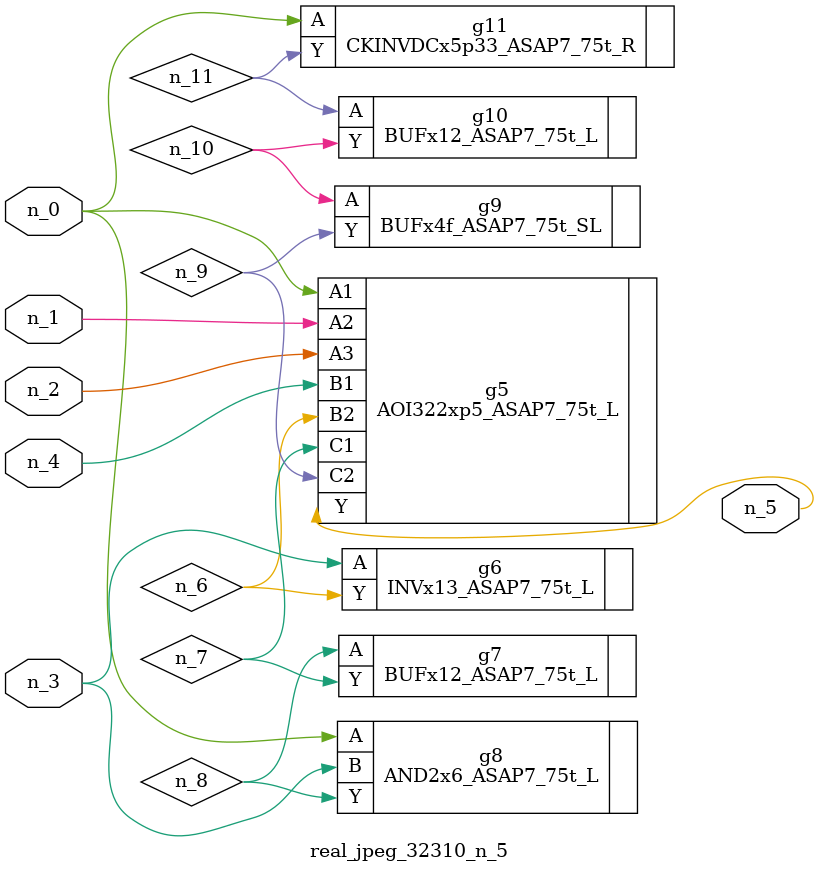
<source format=v>
module real_jpeg_32310_n_5 (n_4, n_0, n_1, n_2, n_3, n_5);

input n_4;
input n_0;
input n_1;
input n_2;
input n_3;

output n_5;

wire n_8;
wire n_11;
wire n_6;
wire n_7;
wire n_10;
wire n_9;

AOI322xp5_ASAP7_75t_L g5 ( 
.A1(n_0),
.A2(n_1),
.A3(n_2),
.B1(n_4),
.B2(n_6),
.C1(n_7),
.C2(n_9),
.Y(n_5)
);

AND2x6_ASAP7_75t_L g8 ( 
.A(n_0),
.B(n_3),
.Y(n_8)
);

CKINVDCx5p33_ASAP7_75t_R g11 ( 
.A(n_0),
.Y(n_11)
);

INVx13_ASAP7_75t_L g6 ( 
.A(n_3),
.Y(n_6)
);

BUFx12_ASAP7_75t_L g7 ( 
.A(n_8),
.Y(n_7)
);

BUFx4f_ASAP7_75t_SL g9 ( 
.A(n_10),
.Y(n_9)
);

BUFx12_ASAP7_75t_L g10 ( 
.A(n_11),
.Y(n_10)
);


endmodule
</source>
